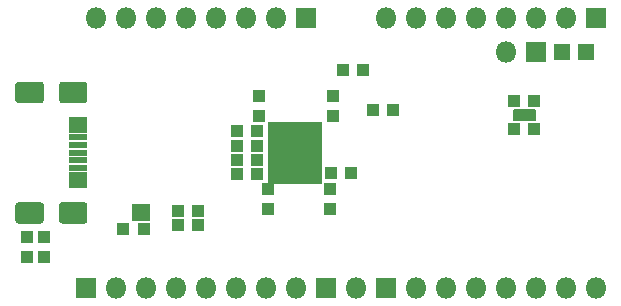
<source format=gbs>
G04 #@! TF.GenerationSoftware,KiCad,Pcbnew,5.1.6*
G04 #@! TF.CreationDate,2020-07-10T23:15:48+01:00*
G04 #@! TF.ProjectId,CY7CBreakout,43593743-4272-4656-916b-6f75742e6b69,rev?*
G04 #@! TF.SameCoordinates,PX7270e00PY7270e00*
G04 #@! TF.FileFunction,Soldermask,Bot*
G04 #@! TF.FilePolarity,Negative*
%FSLAX46Y46*%
G04 Gerber Fmt 4.6, Leading zero omitted, Abs format (unit mm)*
G04 Created by KiCad (PCBNEW 5.1.6) date 2020-07-10 23:15:48*
%MOMM*%
%LPD*%
G01*
G04 APERTURE LIST*
%ADD10C,0.100000*%
%ADD11R,1.603200X1.403200*%
%ADD12R,1.603200X0.603200*%
%ADD13R,1.403200X1.403200*%
%ADD14R,1.103200X1.003200*%
%ADD15O,1.800000X1.800000*%
%ADD16R,1.800000X1.800000*%
%ADD17R,1.003200X1.103200*%
%ADD18C,0.200000*%
G04 APERTURE END LIST*
D10*
G36*
X11700000Y8300000D02*
G01*
X10300000Y8300000D01*
X10300000Y9700000D01*
X11700000Y9700000D01*
X11700000Y8300000D01*
G37*
X11700000Y8300000D02*
X10300000Y8300000D01*
X10300000Y9700000D01*
X11700000Y9700000D01*
X11700000Y8300000D01*
G36*
X26250000Y11400000D02*
G01*
X21750000Y11400000D01*
X21750000Y16600000D01*
X26250000Y16600000D01*
X26250000Y11400000D01*
G37*
X26250000Y11400000D02*
X21750000Y11400000D01*
X21750000Y16600000D01*
X26250000Y16600000D01*
X26250000Y11400000D01*
G04 #@! TO.C,JP1*
G36*
X4950000Y14400000D02*
G01*
X4950000Y14900000D01*
X6450000Y14900000D01*
X6450000Y14400000D01*
X4950000Y14400000D01*
G37*
G36*
X4950000Y13100000D02*
G01*
X4950000Y13600000D01*
X6450000Y13600000D01*
X6450000Y13100000D01*
X4950000Y13100000D01*
G37*
G36*
X4950000Y13750000D02*
G01*
X4950000Y14250000D01*
X6450000Y14250000D01*
X6450000Y13750000D01*
X4950000Y13750000D01*
G37*
G36*
X4950000Y12450000D02*
G01*
X4950000Y12950000D01*
X6450000Y12950000D01*
X6450000Y12450000D01*
X4950000Y12450000D01*
G37*
G36*
X4950000Y15050000D02*
G01*
X4950000Y15550000D01*
X6450000Y15550000D01*
X6450000Y15050000D01*
X4950000Y15050000D01*
G37*
G36*
X4950000Y11000000D02*
G01*
X4950000Y12300000D01*
X6450000Y12300000D01*
X6450000Y11000000D01*
X4950000Y11000000D01*
G37*
G36*
X4950000Y15700000D02*
G01*
X4950000Y17000000D01*
X6450000Y17000000D01*
X6450000Y15700000D01*
X4950000Y15700000D01*
G37*
G04 #@! TO.C,C18*
G36*
X46050000Y23150000D02*
G01*
X47350000Y23150000D01*
X47350000Y21850000D01*
X46050000Y21850000D01*
X46050000Y23150000D01*
G37*
G36*
X48050000Y23150000D02*
G01*
X49350000Y23150000D01*
X49350000Y21850000D01*
X48050000Y21850000D01*
X48050000Y23150000D01*
G37*
G04 #@! TD*
G04 #@! TO.C,JP1*
G36*
G01*
X2575000Y18200000D02*
X625000Y18200000D01*
G75*
G02*
X400000Y18425000I0J225000D01*
G01*
X400000Y19775000D01*
G75*
G02*
X625000Y20000000I225000J0D01*
G01*
X2575000Y20000000D01*
G75*
G02*
X2800000Y19775000I0J-225000D01*
G01*
X2800000Y18425000D01*
G75*
G02*
X2575000Y18200000I-225000J0D01*
G01*
G37*
G36*
G01*
X6275000Y18200000D02*
X4325000Y18200000D01*
G75*
G02*
X4100000Y18425000I0J225000D01*
G01*
X4100000Y19775000D01*
G75*
G02*
X4325000Y20000000I225000J0D01*
G01*
X6275000Y20000000D01*
G75*
G02*
X6500000Y19775000I0J-225000D01*
G01*
X6500000Y18425000D01*
G75*
G02*
X6275000Y18200000I-225000J0D01*
G01*
G37*
G36*
G01*
X6275000Y8000000D02*
X4325000Y8000000D01*
G75*
G02*
X4100000Y8225000I0J225000D01*
G01*
X4100000Y9575000D01*
G75*
G02*
X4325000Y9800000I225000J0D01*
G01*
X6275000Y9800000D01*
G75*
G02*
X6500000Y9575000I0J-225000D01*
G01*
X6500000Y8225000D01*
G75*
G02*
X6275000Y8000000I-225000J0D01*
G01*
G37*
G36*
G01*
X2575000Y8000000D02*
X625000Y8000000D01*
G75*
G02*
X400000Y8225000I0J225000D01*
G01*
X400000Y9575000D01*
G75*
G02*
X625000Y9800000I225000J0D01*
G01*
X2575000Y9800000D01*
G75*
G02*
X2800000Y9575000I0J-225000D01*
G01*
X2800000Y8225000D01*
G75*
G02*
X2575000Y8000000I-225000J0D01*
G01*
G37*
D11*
X5700000Y16350000D03*
X5700000Y11650000D03*
D12*
X5700000Y12700000D03*
X5700000Y15300000D03*
X5700000Y14650000D03*
X5700000Y14000000D03*
X5700000Y13350000D03*
G04 #@! TD*
D13*
G04 #@! TO.C,C18*
X48700000Y22500000D03*
X46700000Y22500000D03*
G04 #@! TD*
D14*
G04 #@! TO.C,C17*
X44350000Y16000000D03*
X42650000Y16000000D03*
G04 #@! TD*
G04 #@! TO.C,C16*
X42650000Y18400000D03*
X44350000Y18400000D03*
G04 #@! TD*
D15*
G04 #@! TO.C,J6*
X41910000Y22500000D03*
D16*
X44450000Y22500000D03*
G04 #@! TD*
D15*
G04 #@! TO.C,J3*
X7220000Y25400000D03*
X9760000Y25400000D03*
X12300000Y25400000D03*
X14840000Y25400000D03*
X17380000Y25400000D03*
X19920000Y25400000D03*
X22460000Y25400000D03*
D16*
X25000000Y25400000D03*
G04 #@! TD*
D17*
G04 #@! TO.C,R6*
X1400000Y6850000D03*
X1400000Y5150000D03*
G04 #@! TD*
G04 #@! TO.C,C15*
X2800000Y5150000D03*
X2800000Y6850000D03*
G04 #@! TD*
D14*
G04 #@! TO.C,R4*
X14150000Y7900000D03*
X15850000Y7900000D03*
G04 #@! TD*
G04 #@! TO.C,C14*
X20850000Y12200000D03*
X19150000Y12200000D03*
G04 #@! TD*
G04 #@! TO.C,C13*
X20850000Y13400000D03*
X19150000Y13400000D03*
G04 #@! TD*
G04 #@! TO.C,C12*
X20850000Y14600000D03*
X19150000Y14600000D03*
G04 #@! TD*
D17*
G04 #@! TO.C,C11*
X21000000Y17100000D03*
X21000000Y18800000D03*
G04 #@! TD*
G04 #@! TO.C,C10*
X27250000Y17100000D03*
X27250000Y18800000D03*
G04 #@! TD*
G04 #@! TO.C,C9*
X21750000Y10900000D03*
X21750000Y9200000D03*
G04 #@! TD*
G04 #@! TO.C,C8*
X27000000Y10900000D03*
X27000000Y9200000D03*
G04 #@! TD*
D14*
G04 #@! TO.C,C7*
X27150000Y12250000D03*
X28850000Y12250000D03*
G04 #@! TD*
G04 #@! TO.C,C6*
X20850000Y15800000D03*
X19150000Y15800000D03*
G04 #@! TD*
D15*
G04 #@! TO.C,J5*
X29210000Y2540000D03*
D16*
X26670000Y2540000D03*
G04 #@! TD*
D14*
G04 #@! TO.C,C5*
X11250000Y7500000D03*
X9550000Y7500000D03*
G04 #@! TD*
G04 #@! TO.C,R3*
X14150000Y9100000D03*
X15850000Y9100000D03*
G04 #@! TD*
G04 #@! TO.C,C4*
X32350000Y17600000D03*
X30650000Y17600000D03*
G04 #@! TD*
G04 #@! TO.C,C3*
X29850000Y21000000D03*
X28150000Y21000000D03*
G04 #@! TD*
D15*
G04 #@! TO.C,J4*
X31750000Y25400000D03*
X34290000Y25400000D03*
X36830000Y25400000D03*
X39370000Y25400000D03*
X41910000Y25400000D03*
X44450000Y25400000D03*
X46990000Y25400000D03*
D16*
X49530000Y25400000D03*
G04 #@! TD*
D15*
G04 #@! TO.C,J2*
X24130000Y2540000D03*
X21590000Y2540000D03*
X19050000Y2540000D03*
X16510000Y2540000D03*
X13970000Y2540000D03*
X11430000Y2540000D03*
X8890000Y2540000D03*
D16*
X6350000Y2540000D03*
G04 #@! TD*
D15*
G04 #@! TO.C,J1*
X49530000Y2540000D03*
X46990000Y2540000D03*
X44450000Y2540000D03*
X41910000Y2540000D03*
X39370000Y2540000D03*
X36830000Y2540000D03*
X34290000Y2540000D03*
D16*
X31750000Y2540000D03*
G04 #@! TD*
D18*
G36*
X44400000Y16800000D02*
G01*
X42600000Y16800000D01*
X42600000Y17600000D01*
X44400000Y17600000D01*
X44400000Y16800000D01*
G37*
X44400000Y16800000D02*
X42600000Y16800000D01*
X42600000Y17600000D01*
X44400000Y17600000D01*
X44400000Y16800000D01*
M02*

</source>
